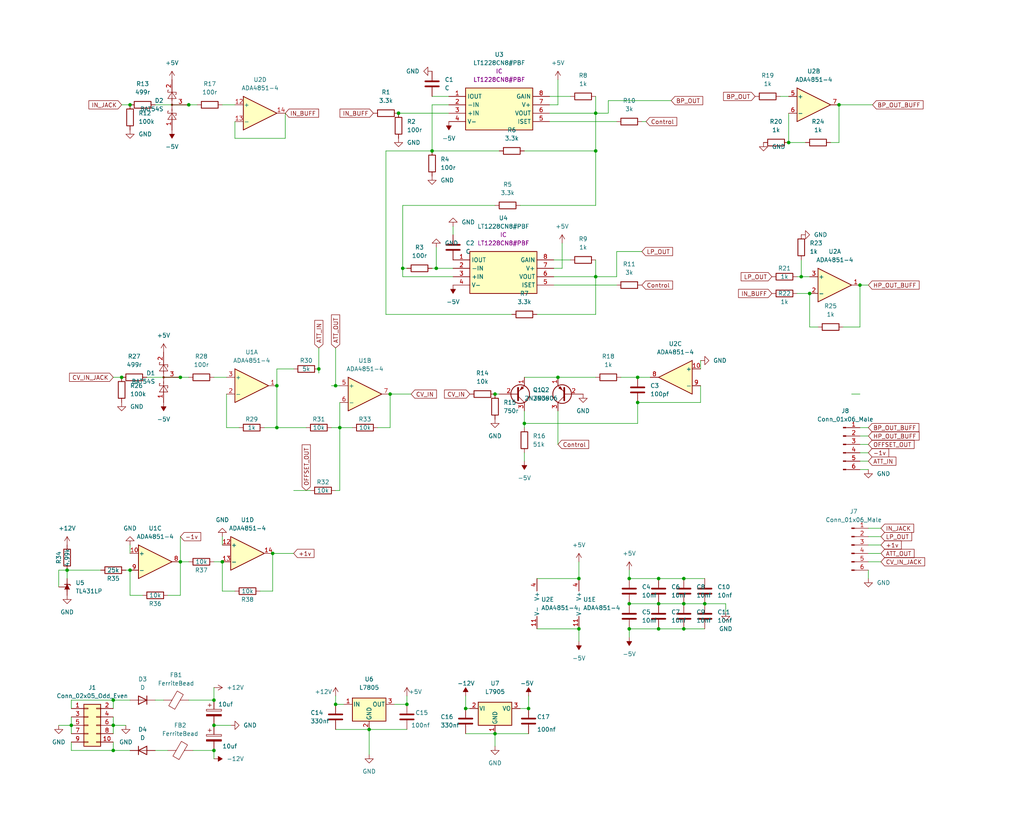
<source format=kicad_sch>
(kicad_sch (version 20211123) (generator eeschema)
  (paper "User" 310.007 250.012)
  (junction (at 168.91 114.3))
  (junction (at 57.15 31.75))
  (junction (at 123.19 213.36))
  (junction (at 67.31 170.18))
  (junction (at 36.83 114.3))
  (junction (at 130.81 45.72))
  (junction (at 39.37 31.75))
  (junction (at 175.26 175.26))
  (junction (at 82.55 167.64))
  (junction (at 213.36 182.88))
  (junction (at 207.01 182.88))
  (junction (at 207.01 190.5))
  (junction (at 64.77 219.71))
  (junction (at 118.11 119.38))
  (junction (at 180.34 34.29))
  (junction (at 83.82 129.54))
  (junction (at 96.52 111.76))
  (junction (at 21.59 219.71))
  (junction (at 190.5 190.5))
  (junction (at 199.39 182.88))
  (junction (at 101.6 213.36))
  (junction (at 207.01 175.26))
  (junction (at 193.04 121.92))
  (junction (at 260.35 86.36))
  (junction (at 34.29 219.71))
  (junction (at 39.37 172.72))
  (junction (at 158.75 128.27))
  (junction (at 254 31.75))
  (junction (at 160.02 214.63))
  (junction (at 149.86 119.38))
  (junction (at 120.65 34.29))
  (junction (at 190.5 182.88))
  (junction (at 54.61 170.18))
  (junction (at 190.5 175.26))
  (junction (at 199.39 190.5))
  (junction (at 180.34 83.82))
  (junction (at 199.39 175.26))
  (junction (at 102.87 129.54))
  (junction (at 64.77 227.33))
  (junction (at 101.6 116.84))
  (junction (at 111.76 220.98))
  (junction (at 140.97 214.63))
  (junction (at 180.34 45.72))
  (junction (at 132.08 81.28))
  (junction (at 149.86 222.25))
  (junction (at 245.11 88.9))
  (junction (at 34.29 212.09))
  (junction (at 64.77 212.09))
  (junction (at 175.26 190.5))
  (junction (at 121.92 81.28))
  (junction (at 238.76 43.18))
  (junction (at 20.32 172.72))
  (junction (at 34.29 227.33))
  (junction (at 83.82 116.84))
  (junction (at 242.57 83.82))
  (junction (at 54.61 114.3))
  (junction (at 193.04 114.3))
  (wire (pts (xy 101.6 213.36) (xy 104.14 213.36)))
  (wire (pts (xy 39.37 172.72) (xy 39.37 180.34)))
  (wire (pts (xy 151.13 45.72) (xy 130.81 45.72)))
  (wire (pts (xy 180.34 83.82) (xy 186.69 83.82)))
  (wire (pts (xy 199.39 175.26) (xy 207.01 175.26)))
  (wire (pts (xy 162.56 190.5) (xy 175.26 190.5)))
  (wire (pts (xy 158.75 139.7) (xy 158.75 137.16)))
  (wire (pts (xy 38.1 172.72) (xy 39.37 172.72)))
  (wire (pts (xy 184.15 34.29) (xy 184.15 30.48)))
  (wire (pts (xy 132.08 74.93) (xy 132.08 81.28)))
  (wire (pts (xy 130.81 45.72) (xy 130.81 31.75)))
  (wire (pts (xy 266.7 170.18) (xy 262.89 170.18)))
  (wire (pts (xy 184.15 30.48) (xy 203.2 30.48)))
  (wire (pts (xy 64.77 227.33) (xy 64.77 229.87)))
  (wire (pts (xy 20.32 172.72) (xy 20.32 175.26)))
  (wire (pts (xy 114.3 129.54) (xy 118.11 129.54)))
  (wire (pts (xy 166.37 34.29) (xy 180.34 34.29)))
  (wire (pts (xy 166.37 31.75) (xy 168.91 31.75)))
  (wire (pts (xy 262.89 132.08) (xy 260.35 132.08)))
  (wire (pts (xy 219.71 182.88) (xy 213.36 182.88)))
  (wire (pts (xy 120.65 34.29) (xy 135.89 34.29)))
  (wire (pts (xy 100.33 116.84) (xy 101.6 116.84)))
  (wire (pts (xy 21.59 214.63) (xy 21.59 212.09)))
  (wire (pts (xy 44.45 114.3) (xy 54.61 114.3)))
  (wire (pts (xy 68.58 129.54) (xy 68.58 119.38)))
  (wire (pts (xy 130.81 29.21) (xy 135.89 29.21)))
  (wire (pts (xy 219.71 185.42) (xy 219.71 182.88)))
  (wire (pts (xy 149.86 222.25) (xy 160.02 222.25)))
  (wire (pts (xy 116.84 95.25) (xy 116.84 45.72)))
  (wire (pts (xy 46.99 212.09) (xy 49.53 212.09)))
  (wire (pts (xy 213.36 182.88) (xy 207.01 182.88)))
  (wire (pts (xy 190.5 190.5) (xy 190.5 193.04)))
  (wire (pts (xy 186.69 76.2) (xy 194.31 76.2)))
  (wire (pts (xy 118.11 129.54) (xy 118.11 119.38)))
  (wire (pts (xy 64.77 219.71) (xy 69.85 219.71)))
  (wire (pts (xy 123.19 213.36) (xy 119.38 213.36)))
  (wire (pts (xy 101.6 116.84) (xy 102.87 116.84)))
  (wire (pts (xy 158.75 114.3) (xy 168.91 114.3)))
  (wire (pts (xy 111.76 220.98) (xy 123.19 220.98)))
  (wire (pts (xy 83.82 116.84) (xy 83.82 129.54)))
  (wire (pts (xy 212.09 109.22) (xy 212.09 111.76)))
  (wire (pts (xy 168.91 31.75) (xy 168.91 24.13)))
  (wire (pts (xy 167.64 86.36) (xy 186.69 86.36)))
  (wire (pts (xy 72.39 129.54) (xy 68.58 129.54)))
  (wire (pts (xy 194.31 36.83) (xy 195.58 36.83)))
  (wire (pts (xy 64.77 212.09) (xy 64.77 208.28)))
  (wire (pts (xy 39.37 180.34) (xy 43.18 180.34)))
  (wire (pts (xy 88.9 148.59) (xy 93.98 148.59)))
  (wire (pts (xy 254 31.75) (xy 264.16 31.75)))
  (wire (pts (xy 199.39 182.88) (xy 207.01 182.88)))
  (wire (pts (xy 167.64 83.82) (xy 180.34 83.82)))
  (wire (pts (xy 207.01 190.5) (xy 213.36 190.5)))
  (wire (pts (xy 102.87 129.54) (xy 102.87 121.92)))
  (wire (pts (xy 17.78 219.71) (xy 21.59 219.71)))
  (wire (pts (xy 86.36 41.91) (xy 86.36 34.29)))
  (wire (pts (xy 54.61 162.56) (xy 54.61 170.18)))
  (wire (pts (xy 67.31 179.07) (xy 71.12 179.07)))
  (wire (pts (xy 34.29 114.3) (xy 36.83 114.3)))
  (wire (pts (xy 199.39 190.5) (xy 207.01 190.5)))
  (wire (pts (xy 121.92 62.23) (xy 121.92 81.28)))
  (wire (pts (xy 158.75 128.27) (xy 193.04 128.27)))
  (wire (pts (xy 158.75 129.54) (xy 158.75 128.27)))
  (wire (pts (xy 17.78 172.72) (xy 20.32 172.72)))
  (wire (pts (xy 34.29 212.09) (xy 39.37 212.09)))
  (wire (pts (xy 67.31 170.18) (xy 67.31 179.07)))
  (wire (pts (xy 137.16 68.58) (xy 137.16 71.12)))
  (wire (pts (xy 190.5 190.5) (xy 199.39 190.5)))
  (wire (pts (xy 180.34 45.72) (xy 180.34 62.23)))
  (wire (pts (xy 242.57 78.74) (xy 242.57 83.82)))
  (wire (pts (xy 151.13 119.38) (xy 149.86 119.38)))
  (wire (pts (xy 162.56 95.25) (xy 180.34 95.25)))
  (wire (pts (xy 241.3 83.82) (xy 242.57 83.82)))
  (wire (pts (xy 260.35 99.06) (xy 260.35 86.36)))
  (wire (pts (xy 34.29 212.09) (xy 34.29 214.63)))
  (wire (pts (xy 21.59 212.09) (xy 34.29 212.09)))
  (wire (pts (xy 262.89 137.16) (xy 260.35 137.16)))
  (wire (pts (xy 193.04 128.27) (xy 193.04 121.92)))
  (wire (pts (xy 180.34 29.21) (xy 180.34 34.29)))
  (wire (pts (xy 196.85 114.3) (xy 193.04 114.3)))
  (wire (pts (xy 168.91 114.3) (xy 180.34 114.3)))
  (wire (pts (xy 212.09 121.92) (xy 193.04 121.92)))
  (wire (pts (xy 50.8 180.34) (xy 54.61 180.34)))
  (wire (pts (xy 34.29 217.17) (xy 34.29 219.71)))
  (wire (pts (xy 266.7 162.56) (xy 262.89 162.56)))
  (wire (pts (xy 266.7 160.02) (xy 262.89 160.02)))
  (wire (pts (xy 236.22 29.21) (xy 238.76 29.21)))
  (wire (pts (xy 34.29 227.33) (xy 34.29 224.79)))
  (wire (pts (xy 266.7 165.1) (xy 262.89 165.1)))
  (wire (pts (xy 39.37 165.1) (xy 39.37 167.64)))
  (wire (pts (xy 83.82 111.76) (xy 83.82 116.84)))
  (wire (pts (xy 190.5 175.26) (xy 199.39 175.26)))
  (wire (pts (xy 262.89 175.26) (xy 262.89 172.72)))
  (wire (pts (xy 168.91 124.46) (xy 168.91 134.62)))
  (wire (pts (xy 154.94 95.25) (xy 116.84 95.25)))
  (wire (pts (xy 34.29 219.71) (xy 38.1 219.71)))
  (wire (pts (xy 71.12 36.83) (xy 71.12 41.91)))
  (wire (pts (xy 101.6 210.82) (xy 101.6 213.36)))
  (wire (pts (xy 36.83 31.75) (xy 39.37 31.75)))
  (wire (pts (xy 83.82 129.54) (xy 92.71 129.54)))
  (wire (pts (xy 262.89 134.62) (xy 260.35 134.62)))
  (wire (pts (xy 64.77 114.3) (xy 68.58 114.3)))
  (wire (pts (xy 157.48 214.63) (xy 160.02 214.63)))
  (wire (pts (xy 175.26 175.26) (xy 175.26 170.18)))
  (wire (pts (xy 180.34 83.82) (xy 180.34 78.74)))
  (wire (pts (xy 17.78 177.8) (xy 17.78 172.72)))
  (wire (pts (xy 180.34 34.29) (xy 184.15 34.29)))
  (wire (pts (xy 245.11 99.06) (xy 247.65 99.06)))
  (wire (pts (xy 132.08 81.28) (xy 137.16 81.28)))
  (wire (pts (xy 186.69 83.82) (xy 186.69 76.2)))
  (wire (pts (xy 254 31.75) (xy 254 43.18)))
  (wire (pts (xy 245.11 88.9) (xy 245.11 99.06)))
  (wire (pts (xy 130.81 31.75) (xy 135.89 31.75)))
  (wire (pts (xy 130.81 81.28) (xy 132.08 81.28)))
  (wire (pts (xy 121.92 83.82) (xy 137.16 83.82)))
  (wire (pts (xy 21.59 227.33) (xy 34.29 227.33)))
  (wire (pts (xy 187.96 114.3) (xy 193.04 114.3)))
  (wire (pts (xy 180.34 34.29) (xy 180.34 45.72)))
  (wire (pts (xy 166.37 36.83) (xy 186.69 36.83)))
  (wire (pts (xy 149.86 222.25) (xy 149.86 226.06)))
  (wire (pts (xy 160.02 214.63) (xy 160.02 210.82)))
  (wire (pts (xy 54.61 170.18) (xy 57.15 170.18)))
  (wire (pts (xy 67.31 162.56) (xy 67.31 165.1)))
  (wire (pts (xy 123.19 210.82) (xy 123.19 213.36)))
  (wire (pts (xy 71.12 41.91) (xy 86.36 41.91)))
  (wire (pts (xy 101.6 220.98) (xy 111.76 220.98)))
  (wire (pts (xy 238.76 43.18) (xy 238.76 34.29)))
  (wire (pts (xy 121.92 81.28) (xy 121.92 83.82)))
  (wire (pts (xy 262.89 129.54) (xy 260.35 129.54)))
  (wire (pts (xy 162.56 175.26) (xy 175.26 175.26)))
  (wire (pts (xy 54.61 180.34) (xy 54.61 170.18)))
  (wire (pts (xy 170.18 73.66) (xy 170.18 81.28)))
  (wire (pts (xy 158.75 128.27) (xy 158.75 124.46)))
  (wire (pts (xy 257.81 119.38) (xy 260.35 119.38)))
  (wire (pts (xy 78.74 179.07) (xy 82.55 179.07)))
  (wire (pts (xy 21.59 217.17) (xy 21.59 219.71)))
  (wire (pts (xy 58.42 227.33) (xy 64.77 227.33)))
  (wire (pts (xy 54.61 114.3) (xy 57.15 114.3)))
  (wire (pts (xy 34.29 219.71) (xy 34.29 222.25)))
  (wire (pts (xy 166.37 29.21) (xy 172.72 29.21)))
  (wire (pts (xy 254 43.18) (xy 251.46 43.18)))
  (wire (pts (xy 140.97 214.63) (xy 140.97 210.82)))
  (wire (pts (xy 96.52 105.41) (xy 96.52 111.76)))
  (wire (pts (xy 140.97 222.25) (xy 149.86 222.25)))
  (wire (pts (xy 46.99 31.75) (xy 57.15 31.75)))
  (wire (pts (xy 207.01 175.26) (xy 213.36 175.26)))
  (wire (pts (xy 212.09 116.84) (xy 212.09 121.92)))
  (wire (pts (xy 102.87 148.59) (xy 102.87 129.54)))
  (wire (pts (xy 111.76 220.98) (xy 111.76 228.6)))
  (wire (pts (xy 21.59 219.71) (xy 21.59 222.25)))
  (wire (pts (xy 116.84 45.72) (xy 130.81 45.72)))
  (wire (pts (xy 101.6 105.41) (xy 101.6 116.84)))
  (wire (pts (xy 46.99 227.33) (xy 50.8 227.33)))
  (wire (pts (xy 57.15 212.09) (xy 64.77 212.09)))
  (wire (pts (xy 101.6 148.59) (xy 102.87 148.59)))
  (wire (pts (xy 243.84 43.18) (xy 238.76 43.18)))
  (wire (pts (xy 57.15 31.75) (xy 59.69 31.75)))
  (wire (pts (xy 82.55 179.07) (xy 82.55 167.64)))
  (wire (pts (xy 260.35 139.7) (xy 262.89 139.7)))
  (wire (pts (xy 266.7 167.64) (xy 262.89 167.64)))
  (wire (pts (xy 96.52 111.76) (xy 96.52 113.03)))
  (wire (pts (xy 242.57 83.82) (xy 245.11 83.82)))
  (wire (pts (xy 100.33 129.54) (xy 102.87 129.54)))
  (wire (pts (xy 82.55 167.64) (xy 88.9 167.64)))
  (wire (pts (xy 241.3 88.9) (xy 245.11 88.9)))
  (wire (pts (xy 34.29 227.33) (xy 39.37 227.33)))
  (wire (pts (xy 67.31 31.75) (xy 71.12 31.75)))
  (wire (pts (xy 83.82 111.76) (xy 88.9 111.76)))
  (wire (pts (xy 180.34 95.25) (xy 180.34 83.82)))
  (wire (pts (xy 262.89 142.24) (xy 260.35 142.24)))
  (wire (pts (xy 142.24 214.63) (xy 140.97 214.63)))
  (wire (pts (xy 190.5 182.88) (xy 199.39 182.88)))
  (wire (pts (xy 83.82 129.54) (xy 80.01 129.54)))
  (wire (pts (xy 121.92 81.28) (xy 123.19 81.28)))
  (wire (pts (xy 170.18 81.28) (xy 167.64 81.28)))
  (wire (pts (xy 149.86 62.23) (xy 121.92 62.23)))
  (wire (pts (xy 175.26 190.5) (xy 175.26 194.31)))
  (wire (pts (xy 172.72 78.74) (xy 167.64 78.74)))
  (wire (pts (xy 260.35 86.36) (xy 262.89 86.36)))
  (wire (pts (xy 21.59 224.79) (xy 21.59 227.33)))
  (wire (pts (xy 255.27 99.06) (xy 260.35 99.06)))
  (wire (pts (xy 20.32 172.72) (xy 30.48 172.72)))
  (wire (pts (xy 102.87 129.54) (xy 106.68 129.54)))
  (wire (pts (xy 118.11 119.38) (xy 124.46 119.38)))
  (wire (pts (xy 158.75 45.72) (xy 180.34 45.72)))
  (wire (pts (xy 180.34 62.23) (xy 157.48 62.23)))
  (wire (pts (xy 64.77 170.18) (xy 67.31 170.18)))
  (wire (pts (xy 190.5 172.72) (xy 190.5 175.26)))
  (global_label "IN_BUFF" (shape input) (at 233.68 88.9 180) (property "Intersheet References" "${INTERSHEET_REFS}" (effects hide)))
  (global_label "IN_JACK" (shape input) (at 36.83 31.75 180) (property "Intersheet References" "${INTERSHEET_REFS}" (effects hide)))
  (global_label "CV_IN_JACK" (shape input) (at 266.7 170.18 0) (property "Intersheet References" "${INTERSHEET_REFS}" (effects hide)))
  (global_label "-1v" (shape input) (at 262.89 137.16 0) (property "Intersheet References" "${INTERSHEET_REFS}" (effects hide)))
  (global_label "HP_OUT_BUFF" (shape input) (at 262.89 132.08 0) (property "Intersheet References" "${INTERSHEET_REFS}" (effects hide)))
  (global_label "IN_BUFF" (shape input) (at 113.03 34.29 180) (property "Intersheet References" "${INTERSHEET_REFS}" (effects hide)))
  (global_label "CV_IN_JACK" (shape input) (at 34.29 114.3 180) (property "Intersheet References" "${INTERSHEET_REFS}" (effects hide)))
  (global_label "Control" (shape input) (at 195.58 36.83 0) (property "Intersheet References" "${INTERSHEET_REFS}" (effects hide)))
  (global_label "CV_IN" (shape input) (at 142.24 119.38 180) (property "Intersheet References" "${INTERSHEET_REFS}" (effects hide)))
  (global_label "LP_OUT" (shape input) (at 266.7 162.56 0) (property "Intersheet References" "${INTERSHEET_REFS}" (effects hide)))
  (global_label "Control" (shape input) (at 168.91 134.62 0) (property "Intersheet References" "${INTERSHEET_REFS}" (effects hide)))
  (global_label "BP_OUT_BUFF" (shape input) (at 262.89 129.54 0) (property "Intersheet References" "${INTERSHEET_REFS}" (effects hide)))
  (global_label "ATT_IN" (shape input) (at 96.52 105.41 90) (property "Intersheet References" "${INTERSHEET_REFS}" (effects hide)))
  (global_label "-1v" (shape input) (at 54.61 162.56 0) (property "Intersheet References" "${INTERSHEET_REFS}" (effects hide)))
  (global_label "BP_OUT" (shape input) (at 228.6 29.21 180) (property "Intersheet References" "${INTERSHEET_REFS}" (effects hide)))
  (global_label "LP_OUT" (shape input) (at 194.31 76.2 0) (property "Intersheet References" "${INTERSHEET_REFS}" (effects hide)))
  (global_label "IN_BUFF" (shape input) (at 86.36 34.29 0) (property "Intersheet References" "${INTERSHEET_REFS}" (effects hide)))
  (global_label "ATT_OUT" (shape input) (at 101.6 105.41 90) (property "Intersheet References" "${INTERSHEET_REFS}" (effects hide)))
  (global_label "ATT_OUT" (shape input) (at 266.7 167.64 0) (property "Intersheet References" "${INTERSHEET_REFS}" (effects hide)))
  (global_label "+1v" (shape input) (at 266.7 165.1 0) (property "Intersheet References" "${INTERSHEET_REFS}" (effects hide)))
  (global_label "CV_IN" (shape input) (at 124.46 119.38 0) (property "Intersheet References" "${INTERSHEET_REFS}" (effects hide)))
  (global_label "BP_OUT_BUFF" (shape input) (at 264.16 31.75 0) (property "Intersheet References" "${INTERSHEET_REFS}" (effects hide)))
  (global_label "HP_OUT_BUFF" (shape input) (at 262.89 86.36 0) (property "Intersheet References" "${INTERSHEET_REFS}" (effects hide)))
  (global_label "OFFSET_OUT" (shape input) (at 92.71 148.59 90) (property "Intersheet References" "${INTERSHEET_REFS}" (effects hide)))
  (global_label "LP_OUT" (shape input) (at 233.68 83.82 180) (property "Intersheet References" "${INTERSHEET_REFS}" (effects hide)))
  (global_label "IN_JACK" (shape input) (at 266.7 160.02 0) (property "Intersheet References" "${INTERSHEET_REFS}" (effects hide)))
  (global_label "ATT_IN" (shape input) (at 262.89 139.7 0) (property "Intersheet References" "${INTERSHEET_REFS}" (effects hide)))
  (global_label "BP_OUT" (shape input) (at 203.2 30.48 0) (property "Intersheet References" "${INTERSHEET_REFS}" (effects hide)))
  (global_label "Control" (shape input) (at 194.31 86.36 0) (property "Intersheet References" "${INTERSHEET_REFS}" (effects hide)))
  (global_label "+1v" (shape input) (at 88.9 167.64 0) (property "Intersheet References" "${INTERSHEET_REFS}" (effects hide)))
  (global_label "OFFSET_OUT" (shape input) (at 262.89 134.62 0) (property "Intersheet References" "${INTERSHEET_REFS}" (effects hide)))
  (symbol (lib_id "power:+5V") (at 49.53 106.68 0) (unit 1)
    (property "Reference" "#PWR0122" (effects hide))
    (property "Value" "+5V" (at 49.53 101.6 0))
  )
  (symbol (lib_id "LT1228CN8#PBF:LT1228CN8#PBF") (at 135.89 29.21 0) (unit 1)
    (property "Reference" "U3" (at 151.13 16.51 0))
    (property "Value" "LT1228CN8#PBF" (at 151.13 19.05 0))
    (property "Footprint" "KiCad:DIP794W53P254L1016H394Q8N" (effects hide))
    (property "Reference_1" "IC" (at 151.13 21.59 0))
    (property "Value_1" "LT1228CN8#PBF" (at 151.13 24.13 0))
    (property "Footprint_1" "DIP794W53P254L1016H394Q8N" (effects hide))
    (property "Datasheet_1" "http://cds.linear.com/docs/en/datasheet/1228fd.pdf" (effects hide))
    (property "Height" "3.937" (effects hide))
    (property "Manufacturer_Name" "Analog Devices" (effects hide))
    (property "Manufacturer_Part_Number" "LT1228CN8#PBF" (effects hide))
    (property "Mouser Part Number" "584-LT1228CN8#PBF" (effects hide))
    (property "Mouser Price/Stock" "https://www.mouser.co.uk/ProductDetail/Analog-Devices/LT1228CN8PBF?qs=ytflclh7QUU8d7WkbhXIQQ%3D%3D" (effects hide))
    (property "Arrow Part Number" "LT1228CN8#PBF" (effects hide))
    (property "Arrow Price/Stock" "https://www.arrow.com/en/products/lt1228cn8pbf/analog-devices?region=nac" (effects hide))
  )
  (symbol (lib_id "Device:R") (at 39.37 35.56 0) (unit 1)
    (property "Reference" "R12" (at 41.91 34.2899 0) (effects (justify left)))
    (property "Value" "100k" (at 41.91 36.8299 0) (effects (justify left)))
    (property "Footprint" "Resistor_THT:R_Axial_DIN0204_L3.6mm_D1.6mm_P1.90mm_Vertical" (effects hide))
  )
  (symbol (lib_id "Device:R") (at 74.93 179.07 90) (unit 1)
    (property "Reference" "R38" (at 74.93 181.61 90))
    (property "Value" "10k" (at 74.93 179.07 90))
    (property "Footprint" "Resistor_THT:R_Axial_DIN0204_L3.6mm_D1.6mm_P1.90mm_Vertical" (effects hide))
  )
  (symbol (lib_id "power:-5V") (at 137.16 86.36 180) (unit 1)
    (property "Reference" "#PWR0105" (effects hide))
    (property "Value" "-5V" (at 137.16 91.44 0))
  )
  (symbol (lib_id "Diode:BAT54S") (at 52.07 31.75 90) (unit 1)
    (property "Reference" "D2" (at 49.53 30.4799 90) (effects (justify left)))
    (property "Value" "BAT54S" (at 49.53 33.0199 90) (effects (justify left)))
    (property "Footprint" "Package_TO_SOT_SMD:SOT-23" (effects hide))
    (property "Datasheet" "https://www.diodes.com/assets/Datasheets/ds11005.pdf" (effects hide))
  )
  (symbol (lib_id "power:GND") (at 242.57 71.12 90) (unit 1)
    (property "Reference" "#PWR0117" (effects hide))
    (property "Value" "GND" (at 246.38 71.1199 90) (effects (justify right)))
  )
  (symbol (lib_id "Device:C") (at 199.39 186.69 0) (unit 1)
    (property "Reference" "C7" (at 203.2 185.4199 0) (effects (justify left)))
    (property "Value" "10nf" (at 203.2 187.9599 0) (effects (justify left)))
    (property "Footprint" "Capacitor_THT:C_Disc_D3.8mm_W2.6mm_P2.50mm" (effects hide))
  )
  (symbol (lib_id "Amplifier_Operational:ADA4807-4") (at 78.74 34.29 0) (unit 4)
    (property "Reference" "U2" (at 78.74 24.13 0))
    (property "Value" "ADA4851-4" (at 78.74 26.67 0))
    (property "Datasheet" "https://www.analog.com/media/en/technical-documentation/data-sheets/ADA4807-1_4807-2_4807-4.pdf" (effects hide))
  )
  (symbol (lib_id "Diode:BAT54S") (at 49.53 114.3 90) (unit 1)
    (property "Reference" "D1" (at 46.99 113.0299 90) (effects (justify left)))
    (property "Value" "BAT54S" (at 46.99 115.5699 90) (effects (justify left)))
    (property "Footprint" "Package_TO_SOT_SMD:SOT-23" (effects hide))
    (property "Datasheet" "https://www.diodes.com/assets/Datasheets/ds11005.pdf" (effects hide))
  )
  (symbol (lib_id "power:GND") (at 130.81 21.59 270) (unit 1)
    (property "Reference" "#PWR0101" (effects hide))
    (property "Value" "GND" (at 127 21.5899 90) (effects (justify right)))
  )
  (symbol (lib_id "Amplifier_Operational:ADA4807-4") (at 110.49 119.38 0) (unit 2)
    (property "Reference" "U1" (at 110.49 109.22 0))
    (property "Value" "ADA4851-4" (at 110.49 111.76 0))
    (property "Datasheet" "https://www.analog.com/media/en/technical-documentation/data-sheets/ADA4807-1_4807-2_4807-4.pdf" (effects hide))
  )
  (symbol (lib_id "Regulator_Linear:L7905") (at 149.86 214.63 0) (mirror x) (unit 1)
    (property "Reference" "U7" (at 149.86 207.01 0))
    (property "Value" "L7905" (at 149.86 209.55 0))
    (property "Footprint" "Package_TO_SOT_THT:TO-220-3_Vertical" (effects hide))
    (property "Datasheet" "http://www.st.com/content/ccc/resource/technical/document/datasheet/c9/16/86/41/c7/2b/45/f2/CD00000450.pdf/files/CD00000450.pdf/jcr:content/translations/en.CD00000450.pdf" (effects hide))
  )
  (symbol (lib_id "Amplifier_Operational:ADA4807-4") (at 165.1 182.88 0) (unit 5)
    (property "Reference" "U2" (at 163.83 181.6099 0) (effects (justify left)))
    (property "Value" "ADA4851-4" (at 163.83 184.1499 0) (effects (justify left)))
    (property "Datasheet" "https://www.analog.com/media/en/technical-documentation/data-sheets/ADA4807-1_4807-2_4807-4.pdf" (effects hide))
  )
  (symbol (lib_id "Device:C_Polarized") (at 64.77 215.9 0) (unit 1)
    (property "Reference" "C12" (effects hide))
    (property "Value" "10uf" (at 66.04 213.36 0) (effects (justify left)))
    (property "Footprint" "Capacitor_THT:CP_Radial_D6.3mm_P2.50mm" (effects hide))
  )
  (symbol (lib_id "Device:R") (at 130.81 49.53 0) (unit 1)
    (property "Reference" "R4" (at 133.35 48.2599 0) (effects (justify left)))
    (property "Value" "100r" (at 133.35 50.7999 0) (effects (justify left)))
    (property "Footprint" "Resistor_THT:R_Axial_DIN0204_L3.6mm_D1.6mm_P1.90mm_Vertical" (effects hide))
  )
  (symbol (lib_id "Device:D") (at 43.18 227.33 0) (unit 1)
    (property "Reference" "D4" (at 43.18 220.98 0))
    (property "Value" "D" (at 43.18 223.52 0))
    (property "Footprint" "Diode_THT:D_DO-15_P12.70mm_Horizontal" (effects hide))
  )
  (symbol (lib_id "Amplifier_Operational:ADA4807-4") (at 204.47 114.3 0) (mirror y) (unit 3)
    (property "Reference" "U2" (at 204.47 104.14 0))
    (property "Value" "ADA4851-4" (at 204.47 106.68 0))
    (property "Footprint" "Package_SO:TSSOP-14_4.4x5mm_P0.65mm" (effects hide))
    (property "Datasheet" "https://www.analog.com/media/en/technical-documentation/data-sheets/ADA4807-1_4807-2_4807-4.pdf" (effects hide))
  )
  (symbol (lib_id "Device:R") (at 92.71 111.76 270) (unit 1)
    (property "Reference" "R30" (at 92.71 109.22 90))
    (property "Value" "5k" (at 92.71 111.76 90))
    (property "Footprint" "Resistor_THT:R_Axial_DIN0204_L3.6mm_D1.6mm_P1.90mm_Vertical" (effects hide))
  )
  (symbol (lib_id "power:GND") (at 39.37 39.37 0) (unit 1)
    (property "Reference" "#PWR0115" (effects hide))
    (property "Value" "GND" (at 41.91 40.6399 0) (effects (justify left)))
  )
  (symbol (lib_id "Device:R") (at 154.94 45.72 90) (unit 1)
    (property "Reference" "R6" (at 154.94 39.37 90))
    (property "Value" "3.3k" (at 154.94 41.91 90))
    (property "Footprint" "Resistor_THT:R_Axial_DIN0204_L3.6mm_D1.6mm_P1.90mm_Vertical" (effects hide))
  )
  (symbol (lib_id "Transistor_BJT:2N3906") (at 156.21 119.38 0) (mirror x) (unit 1)
    (property "Reference" "Q1" (at 161.29 118.1099 0) (effects (justify left)))
    (property "Value" "2N3906" (at 161.29 120.6499 0) (effects (justify left)))
    (property "Footprint" "Package_TO_SOT_THT:TO-92_Inline" (effects hide))
    (property "Datasheet" "https://www.onsemi.com/pub/Collateral/2N3906-D.PDF" (effects hide))
  )
  (symbol (lib_id "Connector:Conn_01x06_Male") (at 257.81 165.1 0) (unit 1)
    (property "Reference" "J7" (at 258.445 154.94 0))
    (property "Value" "Conn_01x06_Male" (at 258.445 157.48 0))
    (property "Footprint" "Connector_PinHeader_2.54mm:PinHeader_1x06_P2.54mm_Vertical" (effects hide))
  )
  (symbol (lib_id "Device:R") (at 153.67 62.23 90) (unit 1)
    (property "Reference" "R5" (at 153.67 55.88 90))
    (property "Value" "3.3k" (at 153.67 58.42 90))
    (property "Footprint" "Resistor_THT:R_Axial_DIN0204_L3.6mm_D1.6mm_P1.90mm_Vertical" (effects hide))
  )
  (symbol (lib_id "Device:C") (at 213.36 179.07 0) (unit 1)
    (property "Reference" "C10" (at 217.17 177.7999 0) (effects (justify left)))
    (property "Value" "10nf" (at 217.17 180.3399 0) (effects (justify left)))
    (property "Footprint" "Capacitor_THT:C_Disc_D3.8mm_W2.6mm_P2.50mm" (effects hide))
  )
  (symbol (lib_id "Amplifier_Operational:ADA4807-4") (at 76.2 116.84 0) (unit 1)
    (property "Reference" "U1" (at 76.2 106.68 0))
    (property "Value" "ADA4851-4" (at 76.2 109.22 0))
    (property "Datasheet" "https://www.analog.com/media/en/technical-documentation/data-sheets/ADA4807-1_4807-2_4807-4.pdf" (effects hide))
  )
  (symbol (lib_id "Reference_Voltage:TL431LP") (at 20.32 177.8 90) (unit 1)
    (property "Reference" "U5" (at 22.86 176.5299 90) (effects (justify right)))
    (property "Value" "TL431LP" (at 22.86 179.0699 90) (effects (justify right)))
    (property "Footprint" "Package_TO_SOT_THT:TO-92_Inline" (effects hide))
    (property "Datasheet" "http://www.ti.com/lit/ds/symlink/tl431.pdf" (effects hide))
  )
  (symbol (lib_id "power:-5V") (at 190.5 193.04 180) (unit 1)
    (property "Reference" "#PWR0127" (effects hide))
    (property "Value" "-5V" (at 190.5 198.12 0))
  )
  (symbol (lib_id "Device:R") (at 149.86 123.19 180) (unit 1)
    (property "Reference" "R15" (at 152.4 121.9199 0) (effects (justify right)))
    (property "Value" "750r" (at 152.4 124.4599 0) (effects (justify right)))
    (property "Footprint" "Resistor_THT:R_Axial_DIN0204_L3.6mm_D1.6mm_P1.90mm_Vertical" (effects hide))
  )
  (symbol (lib_id "Device:R") (at 146.05 119.38 90) (unit 1)
    (property "Reference" "R14" (at 146.05 113.03 90))
    (property "Value" "10k" (at 146.05 115.57 90))
    (property "Footprint" "Resistor_THT:R_Axial_DIN0204_L3.6mm_D1.6mm_P1.90mm_Vertical" (effects hide))
  )
  (symbol (lib_id "power:GND") (at 130.81 53.34 0) (unit 1)
    (property "Reference" "#PWR0107" (effects hide))
    (property "Value" "GND" (at 133.35 54.6099 0) (effects (justify left)))
  )
  (symbol (lib_id "power:-5V") (at 160.02 210.82 0) (unit 1)
    (property "Reference" "#PWR0141" (effects hide))
    (property "Value" "-5V" (at 157.48 207.01 0) (effects (justify left)))
  )
  (symbol (lib_id "Device:R") (at 76.2 129.54 270) (unit 1)
    (property "Reference" "R29" (at 76.2 127 90))
    (property "Value" "1k" (at 76.2 129.54 90))
    (property "Footprint" "Resistor_THT:R_Axial_DIN0204_L3.6mm_D1.6mm_P1.90mm_Vertical" (effects hide))
  )
  (symbol (lib_id "Device:R") (at 110.49 129.54 270) (unit 1)
    (property "Reference" "R33" (at 110.49 127 90))
    (property "Value" "10k" (at 110.49 129.54 90))
    (property "Footprint" "Resistor_THT:R_Axial_DIN0204_L3.6mm_D1.6mm_P1.90mm_Vertical" (effects hide))
  )
  (symbol (lib_id "Device:R") (at 43.18 31.75 270) (unit 1)
    (property "Reference" "R13" (at 43.18 25.4 90))
    (property "Value" "499r" (at 43.18 27.94 90))
    (property "Footprint" "Resistor_THT:R_Axial_DIN0204_L3.6mm_D1.6mm_P1.90mm_Vertical" (effects hide))
  )
  (symbol (lib_id "power:+5V") (at 170.18 73.66 0) (unit 1)
    (property "Reference" "#PWR0109" (effects hide))
    (property "Value" "+5V" (at 170.18 68.58 0))
  )
  (symbol (lib_id "Transistor_BJT:2N3906") (at 171.45 119.38 180) (unit 1)
    (property "Reference" "Q2" (at 166.37 118.1099 0) (effects (justify left)))
    (property "Value" "2N3906" (at 166.37 120.6499 0) (effects (justify left)))
    (property "Footprint" "Package_TO_SOT_THT:TO-92_Inline" (effects hide))
    (property "Datasheet" "https://www.onsemi.com/pub/Collateral/2N3906-D.PDF" (effects hide))
  )
  (symbol (lib_id "Device:FerriteBead") (at 53.34 212.09 90) (unit 1)
    (property "Reference" "FB1" (at 53.2892 204.47 90))
    (property "Value" "FerriteBead" (at 53.2892 207.01 90))
    (property "Footprint" "Resistor_THT:R_Axial_DIN0207_L6.3mm_D2.5mm_P10.16mm_Horizontal" (effects hide))
  )
  (symbol (lib_id "Regulator_Linear:L7805") (at 111.76 213.36 0) (unit 1)
    (property "Reference" "U6" (at 111.76 205.74 0))
    (property "Value" "L7805" (at 111.76 208.28 0))
    (property "Footprint" "Package_TO_SOT_THT:TO-220-3_Vertical" (effects hide))
    (property "Datasheet" "http://www.st.com/content/ccc/resource/technical/document/datasheet/41/4f/b3/b0/12/d4/47/88/CD00000444.pdf/files/CD00000444.pdf/jcr:content/translations/en.CD00000444.pdf" (effects hide))
  )
  (symbol (lib_id "Device:R") (at 176.53 29.21 270) (unit 1)
    (property "Reference" "R8" (at 176.53 22.86 90))
    (property "Value" "1k" (at 176.53 25.4 90))
    (property "Footprint" "Resistor_THT:R_Axial_DIN0204_L3.6mm_D1.6mm_P1.90mm_Vertical" (effects hide))
  )
  (symbol (lib_id "power:GND") (at 262.89 175.26 0) (unit 1)
    (property "Reference" "#PWR0145" (effects hide))
    (property "Value" "GND" (at 265.43 176.5299 0) (effects (justify left)))
  )
  (symbol (lib_id "power:-5V") (at 49.53 121.92 180) (unit 1)
    (property "Reference" "#PWR0124" (effects hide))
    (property "Value" "-5V" (at 49.53 127 0))
  )
  (symbol (lib_id "Device:R") (at 190.5 36.83 270) (unit 1)
    (property "Reference" "R10" (at 190.5 30.48 90))
    (property "Value" "3k" (at 190.5 33.02 90))
    (property "Footprint" "Resistor_THT:R_Axial_DIN0204_L3.6mm_D1.6mm_P1.90mm_Vertical" (effects hide))
  )
  (symbol (lib_id "power:GND") (at 262.89 142.24 0) (unit 1)
    (property "Reference" "#PWR0119" (effects hide))
    (property "Value" "GND" (at 265.43 143.5099 0) (effects (justify left)))
  )
  (symbol (lib_id "Device:C") (at 193.04 118.11 0) (unit 1)
    (property "Reference" "C3" (at 196.85 116.8399 0) (effects (justify left)))
    (property "Value" "100pf" (at 196.85 119.3799 0) (effects (justify left)))
    (property "Footprint" "Capacitor_THT:C_Disc_D3.8mm_W2.6mm_P2.50mm" (effects hide))
  )
  (symbol (lib_id "power:GND") (at 149.86 127 0) (unit 1)
    (property "Reference" "#PWR0110" (effects hide))
    (property "Value" "GND" (at 149.86 132.08 0))
  )
  (symbol (lib_id "Device:R") (at 96.52 129.54 270) (unit 1)
    (property "Reference" "R31" (at 96.52 127 90))
    (property "Value" "10k" (at 96.52 129.54 90))
    (property "Footprint" "Resistor_THT:R_Axial_DIN0204_L3.6mm_D1.6mm_P1.90mm_Vertical" (effects hide))
  )
  (symbol (lib_id "power:+5V") (at 175.26 170.18 0) (unit 1)
    (property "Reference" "#PWR0120" (effects hide))
    (property "Value" "+5V" (at 175.26 165.1 0))
  )
  (symbol (lib_id "Device:R") (at 120.65 38.1 0) (unit 1)
    (property "Reference" "R2" (at 123.19 36.8299 0) (effects (justify left)))
    (property "Value" "100r" (at 123.19 39.3699 0) (effects (justify left)))
    (property "Footprint" "Resistor_THT:R_Axial_DIN0204_L3.6mm_D1.6mm_P1.90mm_Vertical" (effects hide))
  )
  (symbol (lib_id "Device:R") (at 184.15 114.3 270) (unit 1)
    (property "Reference" "R18" (at 184.15 107.95 90))
    (property "Value" "1k" (at 184.15 110.49 90))
    (property "Footprint" "Resistor_THT:R_Axial_DIN0204_L3.6mm_D1.6mm_P1.90mm_Vertical" (effects hide))
  )
  (symbol (lib_id "Device:R") (at 232.41 29.21 270) (unit 1)
    (property "Reference" "R19" (at 232.41 22.86 90))
    (property "Value" "1k" (at 232.41 25.4 90))
    (property "Footprint" "Resistor_THT:R_Axial_DIN0204_L3.6mm_D1.6mm_P1.90mm_Vertical" (effects hide))
  )
  (symbol (lib_id "power:GND") (at 36.83 121.92 0) (unit 1)
    (property "Reference" "#PWR0123" (effects hide))
    (property "Value" "GND" (at 39.37 123.1899 0) (effects (justify left)))
  )
  (symbol (lib_id "Amplifier_Operational:ADA4807-4") (at 252.73 86.36 0) (unit 1)
    (property "Reference" "U2" (at 252.73 76.2 0))
    (property "Value" "ADA4851-4" (at 252.73 78.74 0))
    (property "Datasheet" "https://www.analog.com/media/en/technical-documentation/data-sheets/ADA4807-1_4807-2_4807-4.pdf" (effects hide))
  )
  (symbol (lib_id "power:GND") (at 69.85 219.71 90) (unit 1)
    (property "Reference" "#PWR0135" (effects hide))
    (property "Value" "GND" (at 73.66 219.7099 90) (effects (justify right)))
  )
  (symbol (lib_id "power:-12V") (at 140.97 210.82 0) (unit 1)
    (property "Reference" "#PWR0140" (effects hide))
    (property "Value" "-12V" (at 138.43 207.01 0) (effects (justify left)))
  )
  (symbol (lib_id "Device:C") (at 213.36 186.69 0) (unit 1)
    (property "Reference" "C11" (at 217.17 185.4199 0) (effects (justify left)))
    (property "Value" "10nf" (at 217.17 187.9599 0) (effects (justify left)))
    (property "Footprint" "Capacitor_THT:C_Disc_D3.8mm_W2.6mm_P2.50mm" (effects hide))
  )
  (symbol (lib_id "power:GND") (at 39.37 165.1 180) (unit 1)
    (property "Reference" "#PWR0130" (effects hide))
    (property "Value" "GND" (at 39.37 160.02 0))
  )
  (symbol (lib_id "Device:R") (at 251.46 99.06 90) (unit 1)
    (property "Reference" "R25" (at 251.46 92.71 90))
    (property "Value" "1k" (at 251.46 95.25 90))
    (property "Footprint" "Resistor_THT:R_Axial_DIN0204_L3.6mm_D1.6mm_P1.90mm_Vertical" (effects hide))
  )
  (symbol (lib_id "Device:R") (at 237.49 83.82 270) (unit 1)
    (property "Reference" "R21" (at 237.49 81.28 90))
    (property "Value" "1k" (at 237.49 83.82 90))
    (property "Footprint" "Resistor_THT:R_Axial_DIN0204_L3.6mm_D1.6mm_P1.90mm_Vertical" (effects hide))
  )
  (symbol (lib_id "power:-5V") (at 52.07 39.37 180) (unit 1)
    (property "Reference" "#PWR0116" (effects hide))
    (property "Value" "-5V" (at 52.07 44.45 0))
  )
  (symbol (lib_id "power:+5V") (at 190.5 172.72 0) (unit 1)
    (property "Reference" "#PWR0125" (effects hide))
    (property "Value" "+5V" (at 190.5 167.64 0))
  )
  (symbol (lib_id "Device:R") (at 63.5 31.75 270) (unit 1)
    (property "Reference" "R17" (at 63.5 25.4 90))
    (property "Value" "100r" (at 63.5 27.94 90))
    (property "Footprint" "Resistor_THT:R_Axial_DIN0204_L3.6mm_D1.6mm_P1.90mm_Vertical" (effects hide))
  )
  (symbol (lib_id "Amplifier_Operational:ADA4807-4") (at 46.99 170.18 0) (unit 3)
    (property "Reference" "U1" (at 46.99 160.02 0))
    (property "Value" "ADA4851-4" (at 46.99 162.56 0))
    (property "Footprint" "Package_SO:TSSOP-14_4.4x5mm_P0.65mm" (effects hide))
    (property "Datasheet" "https://www.analog.com/media/en/technical-documentation/data-sheets/ADA4807-1_4807-2_4807-4.pdf" (effects hide))
  )
  (symbol (lib_id "power:GND") (at 176.53 119.38 0) (unit 1)
    (property "Reference" "#PWR0112" (effects hide))
    (property "Value" "GND" (at 176.53 124.46 0))
  )
  (symbol (lib_id "power:GND") (at 67.31 162.56 180) (unit 1)
    (property "Reference" "#PWR0131" (effects hide))
    (property "Value" "GND" (at 67.31 157.48 0))
  )
  (symbol (lib_id "Device:R") (at 60.96 170.18 90) (unit 1)
    (property "Reference" "R37" (at 60.96 172.72 90))
    (property "Value" "10k" (at 60.96 170.18 90))
    (property "Footprint" "Resistor_THT:R_Axial_DIN0204_L3.6mm_D1.6mm_P1.90mm_Vertical" (effects hide))
  )
  (symbol (lib_id "Device:R") (at 127 81.28 90) (unit 1)
    (property "Reference" "R3" (at 127 74.93 90))
    (property "Value" "100r" (at 127 77.47 90))
    (property "Footprint" "Resistor_THT:R_Axial_DIN0204_L3.6mm_D1.6mm_P1.90mm_Vertical" (effects hide))
  )
  (symbol (lib_id "Connector:Conn_01x06_Male") (at 255.27 134.62 0) (unit 1)
    (property "Reference" "J8" (at 255.905 124.46 0))
    (property "Value" "Conn_01x06_Male" (at 255.905 127 0))
    (property "Footprint" "Connector_PinHeader_2.54mm:PinHeader_1x06_P2.54mm_Vertical" (effects hide))
  )
  (symbol (lib_id "Device:R") (at 34.29 172.72 90) (unit 1)
    (property "Reference" "R35" (at 34.29 175.26 90))
    (property "Value" "25k" (at 34.29 172.72 90))
    (property "Footprint" "Resistor_THT:R_Axial_DIN0204_L3.6mm_D1.6mm_P1.90mm_Vertical" (effects hide))
  )
  (symbol (lib_id "Device:R") (at 234.95 43.18 270) (unit 1)
    (property "Reference" "R20" (at 234.95 36.83 90))
    (property "Value" "1k" (at 234.95 39.37 90))
    (property "Footprint" "Resistor_THT:R_Axial_DIN0204_L3.6mm_D1.6mm_P1.90mm_Vertical" (effects hide))
  )
  (symbol (lib_id "Device:R") (at 247.65 43.18 270) (unit 1)
    (property "Reference" "R24" (at 247.65 36.83 90))
    (property "Value" "1k" (at 247.65 39.37 90))
    (property "Footprint" "Resistor_THT:R_Axial_DIN0204_L3.6mm_D1.6mm_P1.90mm_Vertical" (effects hide))
  )
  (symbol (lib_id "Device:C") (at 140.97 218.44 0) (unit 1)
    (property "Reference" "C16" (at 133.35 217.17 0) (effects (justify left)))
    (property "Value" "330nf" (at 133.35 219.71 0) (effects (justify left)))
    (property "Footprint" "Capacitor_THT:C_Disc_D3.8mm_W2.6mm_P2.50mm" (effects hide))
  )
  (symbol (lib_id "Device:R") (at 36.83 118.11 0) (unit 1)
    (property "Reference" "R26" (at 39.37 116.8399 0) (effects (justify left)))
    (property "Value" "100k" (at 39.37 119.3799 0) (effects (justify left)))
    (property "Footprint" "Resistor_THT:R_Axial_DIN0204_L3.6mm_D1.6mm_P1.90mm_Vertical" (effects hide))
  )
  (symbol (lib_id "LT1228CN8#PBF:LT1228CN8#PBF") (at 137.16 78.74 0) (unit 1)
    (property "Reference" "U4" (at 152.4 66.04 0))
    (property "Value" "LT1228CN8#PBF" (at 152.4 68.58 0))
    (property "Footprint" "KiCad:DIP794W53P254L1016H394Q8N" (effects hide))
    (property "Reference_1" "IC" (at 152.4 71.12 0))
    (property "Value_1" "LT1228CN8#PBF" (at 152.4 73.66 0))
    (property "Footprint_1" "DIP794W53P254L1016H394Q8N" (effects hide))
    (property "Datasheet_1" "http://cds.linear.com/docs/en/datasheet/1228fd.pdf" (effects hide))
    (property "Height" "3.937" (effects hide))
    (property "Manufacturer_Name" "Analog Devices" (effects hide))
    (property "Manufacturer_Part_Number" "LT1228CN8#PBF" (effects hide))
    (property "Mouser Part Number" "584-LT1228CN8#PBF" (effects hide))
    (property "Mouser Price/Stock" "https://www.mouser.co.uk/ProductDetail/Analog-Devices/LT1228CN8PBF?qs=ytflclh7QUU8d7WkbhXIQQ%3D%3D" (effects hide))
    (property "Arrow Part Number" "LT1228CN8#PBF" (effects hide))
    (property "Arrow Price/Stock" "https://www.arrow.com/en/products/lt1228cn8pbf/analog-devices?region=nac" (effects hide))
  )
  (symbol (lib_id "power:GND") (at 132.08 74.93 180) (unit 1)
    (property "Reference" "#PWR0108" (effects hide))
    (property "Value" "GND" (at 134.62 73.6599 0) (effects (justify right)))
  )
  (symbol (lib_id "power:GND") (at 111.76 228.6 0) (mirror y) (unit 1)
    (property "Reference" "#PWR0138" (effects hide))
    (property "Value" "GND" (at 111.76 233.68 0))
  )
  (symbol (lib_id "Device:C") (at 190.5 179.07 0) (unit 1)
    (property "Reference" "C4" (at 194.31 177.7999 0) (effects (justify left)))
    (property "Value" "10nf" (at 194.31 180.3399 0) (effects (justify left)))
    (property "Footprint" "Capacitor_THT:C_Disc_D3.8mm_W2.6mm_P2.50mm" (effects hide))
  )
  (symbol (lib_id "Amplifier_Operational:ADA4807-4") (at 246.38 31.75 0) (unit 2)
    (property "Reference" "U2" (at 246.38 21.59 0))
    (property "Value" "ADA4851-4" (at 246.38 24.13 0))
    (property "Datasheet" "https://www.analog.com/media/en/technical-documentation/data-sheets/ADA4807-1_4807-2_4807-4.pdf" (effects hide))
  )
  (symbol (lib_id "Device:R") (at 190.5 86.36 90) (unit 1)
    (property "Reference" "R11" (at 190.5 80.01 90))
    (property "Value" "3k" (at 190.5 82.55 90))
    (property "Footprint" "Resistor_THT:R_Axial_DIN0204_L3.6mm_D1.6mm_P1.90mm_Vertical" (effects hide))
  )
  (symbol (lib_id "Amplifier_Operational:ADA4807-4") (at 74.93 167.64 0) (unit 4)
    (property "Reference" "U1" (at 74.93 157.48 0))
    (property "Value" "ADA4851-4" (at 74.93 160.02 0))
    (property "Datasheet" "https://www.analog.com/media/en/technical-documentation/data-sheets/ADA4807-1_4807-2_4807-4.pdf" (effects hide))
  )
  (symbol (lib_id "Connector_Generic:Conn_02x05_Odd_Even") (at 26.67 219.71 0) (unit 1)
    (property "Reference" "J1" (at 27.94 208.28 0))
    (property "Value" "Conn_02x05_Odd_Even" (at 27.94 210.82 0))
    (property "Footprint" "Connector_IDC:IDC-Header_2x05_P2.54mm_Vertical" (effects hide))
  )
  (symbol (lib_id "power:GND") (at 120.65 41.91 0) (unit 1)
    (property "Reference" "#PWR0102" (effects hide))
    (property "Value" "GND" (at 123.19 43.1799 0) (effects (justify left)))
  )
  (symbol (lib_id "power:-5V") (at 175.26 194.31 180) (unit 1)
    (property "Reference" "#PWR0121" (effects hide))
    (property "Value" "-5V" (at 175.26 199.39 0))
  )
  (symbol (lib_id "Device:R") (at 60.96 114.3 270) (unit 1)
    (property "Reference" "R28" (at 60.96 107.95 90))
    (property "Value" "100r" (at 60.96 110.49 90))
    (property "Footprint" "Resistor_THT:R_Axial_DIN0204_L3.6mm_D1.6mm_P1.90mm_Vertical" (effects hide))
  )
  (symbol (lib_id "Device:R") (at 237.49 88.9 270) (unit 1)
    (property "Reference" "R22" (at 237.49 88.9 90))
    (property "Value" "1k" (at 237.49 91.44 90))
    (property "Footprint" "Resistor_THT:R_Axial_DIN0204_L3.6mm_D1.6mm_P1.90mm_Vertical" (effects hide))
  )
  (symbol (lib_id "Device:FerriteBead") (at 54.61 227.33 90) (unit 1)
    (property "Reference" "FB2" (at 54.5592 219.71 90))
    (property "Value" "FerriteBead" (at 54.5592 222.25 90))
    (property "Footprint" "Resistor_THT:R_Axial_DIN0207_L6.3mm_D2.5mm_P10.16mm_Horizontal" (effects hide))
  )
  (symbol (lib_id "power:GND") (at 20.32 180.34 0) (mirror y) (unit 1)
    (property "Reference" "#PWR0128" (effects hide))
    (property "Value" "GND" (at 20.32 185.42 0))
  )
  (symbol (lib_id "power:GND") (at 137.16 68.58 180) (unit 1)
    (property "Reference" "#PWR0106" (effects hide))
    (property "Value" "GND" (at 139.7 67.3099 0) (effects (justify right)))
  )
  (symbol (lib_id "power:-5V") (at 158.75 139.7 180) (unit 1)
    (property "Reference" "#PWR0111" (effects hide))
    (property "Value" "-5V" (at 158.75 144.78 0))
  )
  (symbol (lib_id "Device:C") (at 199.39 179.07 0) (unit 1)
    (property "Reference" "C6" (at 203.2 177.7999 0) (effects (justify left)))
    (property "Value" "10nf" (at 203.2 180.3399 0) (effects (justify left)))
    (property "Footprint" "Capacitor_THT:C_Disc_D3.8mm_W2.6mm_P2.50mm" (effects hide))
  )
  (symbol (lib_id "Device:C") (at 207.01 186.69 0) (unit 1)
    (property "Reference" "C9" (at 210.82 185.4199 0) (effects (justify left)))
    (property "Value" "10nf" (at 210.82 187.9599 0) (effects (justify left)))
    (property "Footprint" "Capacitor_THT:C_Disc_D3.8mm_W2.6mm_P2.50mm" (effects hide))
  )
  (symbol (lib_id "Amplifier_Operational:ADA4807-4") (at 177.8 182.88 0) (unit 5)
    (property "Reference" "U1" (at 176.53 181.6099 0) (effects (justify left)))
    (property "Value" "ADA4851-4" (at 176.53 184.1499 0) (effects (justify left)))
    (property "Datasheet" "https://www.analog.com/media/en/technical-documentation/data-sheets/ADA4807-1_4807-2_4807-4.pdf" (effects hide))
  )
  (symbol (lib_id "power:+12V") (at 101.6 210.82 0) (unit 1)
    (property "Reference" "#PWR0137" (effects hide))
    (property "Value" "+12V" (at 95.25 209.55 0) (effects (justify left)))
  )
  (symbol (lib_id "Device:C") (at 101.6 217.17 0) (unit 1)
    (property "Reference" "C14" (at 93.98 215.9 0) (effects (justify left)))
    (property "Value" "330nf" (at 93.98 218.44 0) (effects (justify left)))
    (property "Footprint" "Capacitor_THT:C_Disc_D3.8mm_W2.6mm_P2.50mm" (effects hide))
  )
  (symbol (lib_id "Device:R") (at 116.84 34.29 270) (unit 1)
    (property "Reference" "R1" (at 116.84 27.94 90))
    (property "Value" "3.3k" (at 116.84 30.48 90))
    (property "Footprint" "Resistor_THT:R_Axial_DIN0204_L3.6mm_D1.6mm_P1.90mm_Vertical" (effects hide))
  )
  (symbol (lib_id "Device:R") (at 242.57 74.93 0) (unit 1)
    (property "Reference" "R23" (at 245.11 73.6599 0) (effects (justify left)))
    (property "Value" "1k" (at 245.11 76.1999 0) (effects (justify left)))
    (property "Footprint" "Resistor_THT:R_Axial_DIN0204_L3.6mm_D1.6mm_P1.90mm_Vertical" (effects hide))
  )
  (symbol (lib_id "power:-12V") (at 64.77 229.87 270) (unit 1)
    (property "Reference" "#PWR0136" (effects hide))
    (property "Value" "-12V" (at 68.58 229.8699 90) (effects (justify left)))
  )
  (symbol (lib_id "Device:D") (at 43.18 212.09 180) (unit 1)
    (property "Reference" "D3" (at 43.18 205.74 0))
    (property "Value" "D" (at 43.18 208.28 0))
    (property "Footprint" "Diode_THT:D_DO-15_P12.70mm_Horizontal" (effects hide))
  )
  (symbol (lib_id "Device:R") (at 97.79 148.59 270) (unit 1)
    (property "Reference" "R32" (at 97.79 146.05 90))
    (property "Value" "10k" (at 97.79 148.59 90))
    (property "Footprint" "Resistor_THT:R_Axial_DIN0204_L3.6mm_D1.6mm_P1.90mm_Vertical" (effects hide))
  )
  (symbol (lib_id "Device:R") (at 40.64 114.3 270) (unit 1)
    (property "Reference" "R27" (at 40.64 107.95 90))
    (property "Value" "499r" (at 40.64 110.49 90))
    (property "Footprint" "Resistor_THT:R_Axial_DIN0204_L3.6mm_D1.6mm_P1.90mm_Vertical" (effects hide))
  )
  (symbol (lib_id "power:GND") (at 38.1 219.71 0) (unit 1)
    (property "Reference" "#PWR0132" (effects hide))
    (property "Value" "GND" (at 38.1 224.79 0))
  )
  (symbol (lib_id "power:+5V") (at 52.07 24.13 0) (unit 1)
    (property "Reference" "#PWR0114" (effects hide))
    (property "Value" "+5V" (at 52.07 19.05 0))
  )
  (symbol (lib_id "power:+5V") (at 168.91 24.13 0) (unit 1)
    (property "Reference" "#PWR0104" (effects hide))
    (property "Value" "+5V" (at 168.91 19.05 0))
  )
  (symbol (lib_id "Device:C") (at 190.5 186.69 0) (unit 1)
    (property "Reference" "C5" (at 194.31 185.4199 0) (effects (justify left)))
    (property "Value" "10nf" (at 194.31 187.9599 0) (effects (justify left)))
    (property "Footprint" "Capacitor_THT:C_Disc_D3.8mm_W2.6mm_P2.50mm" (effects hide))
  )
  (symbol (lib_id "Device:R") (at 158.75 95.25 90) (unit 1)
    (property "Reference" "R7" (at 158.75 88.9 90))
    (property "Value" "3.3k" (at 158.75 91.44 90))
    (property "Footprint" "Resistor_THT:R_Axial_DIN0204_L3.6mm_D1.6mm_P1.90mm_Vertical" (effects hide))
  )
  (symbol (lib_id "Device:R") (at 20.32 168.91 0) (unit 1)
    (property "Reference" "R34" (at 17.78 168.91 90))
    (property "Value" "4.99k" (at 20.32 168.91 90))
    (property "Footprint" "Resistor_THT:R_Axial_DIN0204_L3.6mm_D1.6mm_P1.90mm_Vertical" (effects hide))
  )
  (symbol (lib_id "power:-5V") (at 135.89 36.83 180) (unit 1)
    (property "Reference" "#PWR0103" (effects hide))
    (property "Value" "-5V" (at 135.89 41.91 0))
  )
  (symbol (lib_id "power:GND") (at 149.86 226.06 0) (mirror y) (unit 1)
    (property "Reference" "#PWR0139" (effects hide))
    (property "Value" "GND" (at 149.86 231.14 0))
  )
  (symbol (lib_id "Device:C") (at 137.16 74.93 0) (unit 1)
    (property "Reference" "C2" (at 140.97 73.6599 0) (effects (justify left)))
    (property "Value" "C" (at 140.97 76.1999 0) (effects (justify left)))
    (property "Footprint" "Capacitor_THT:C_Disc_D3.8mm_W2.6mm_P2.50mm" (effects hide))
  )
  (symbol (lib_id "Device:C") (at 207.01 179.07 0) (unit 1)
    (property "Reference" "C8" (at 210.82 177.7999 0) (effects (justify left)))
    (property "Value" "10nf" (at 210.82 180.3399 0) (effects (justify left)))
    (property "Footprint" "Capacitor_THT:C_Disc_D3.8mm_W2.6mm_P2.50mm" (effects hide))
  )
  (symbol (lib_id "Device:C") (at 160.02 218.44 0) (unit 1)
    (property "Reference" "C17" (at 162.56 217.17 0) (effects (justify left)))
    (property "Value" "100nf" (at 162.56 220.98 0) (effects (justify left)))
    (property "Footprint" "Capacitor_THT:C_Disc_D3.8mm_W2.6mm_P2.50mm" (effects hide))
  )
  (symbol (lib_id "Device:C_Polarized") (at 64.77 223.52 0) (unit 1)
    (property "Reference" "C13" (effects hide))
    (property "Value" "10uf" (at 67.31 226.06 0) (effects (justify left)))
    (property "Footprint" "Capacitor_THT:CP_Radial_D6.3mm_P2.50mm" (effects hide))
  )
  (symbol (lib_id "power:GND") (at 212.09 109.22 90) (unit 1)
    (property "Reference" "#PWR0113" (effects hide))
    (property "Value" "GND" (at 215.9 109.2199 90) (effects (justify right)))
  )
  (symbol (lib_id "power:GND") (at 219.71 185.42 0) (unit 1)
    (property "Reference" "#PWR0126" (effects hide))
    (property "Value" "GND" (at 219.71 190.5 0))
  )
  (symbol (lib_id "Device:C") (at 123.19 217.17 0) (unit 1)
    (property "Reference" "C15" (at 125.73 215.9 0) (effects (justify left)))
    (property "Value" "100nf" (at 124.46 219.71 0) (effects (justify left)))
    (property "Footprint" "Capacitor_THT:C_Disc_D3.8mm_W2.6mm_P2.50mm" (effects hide))
  )
  (symbol (lib_id "Device:C") (at 130.81 25.4 0) (unit 1)
    (property "Reference" "C1" (at 134.62 24.1299 0) (effects (justify left)))
    (property "Value" "C" (at 134.62 26.6699 0) (effects (justify left)))
    (property "Footprint" "Capacitor_THT:C_Disc_D3.8mm_W2.6mm_P2.50mm" (effects hide))
  )
  (symbol (lib_id "Device:R") (at 176.53 78.74 90) (unit 1)
    (property "Reference" "R9" (at 176.53 72.39 90))
    (property "Value" "1k" (at 176.53 74.93 90))
    (property "Footprint" "Resistor_THT:R_Axial_DIN0204_L3.6mm_D1.6mm_P1.90mm_Vertical" (effects hide))
  )
  (symbol (lib_id "Device:R") (at 46.99 180.34 90) (unit 1)
    (property "Reference" "R36" (at 46.99 182.88 90))
    (property "Value" "10k" (at 46.99 180.34 90))
    (property "Footprint" "Resistor_THT:R_Axial_DIN0204_L3.6mm_D1.6mm_P1.90mm_Vertical" (effects hide))
  )
  (symbol (lib_id "power:+12V") (at 20.32 165.1 0) (unit 1)
    (property "Reference" "#PWR0129" (effects hide))
    (property "Value" "+12V" (at 20.32 160.02 0))
  )
  (symbol (lib_id "power:+12V") (at 64.77 208.28 270) (unit 1)
    (property "Reference" "#PWR0134" (effects hide))
    (property "Value" "+12V" (at 68.58 208.2799 90) (effects (justify left)))
  )
  (symbol (lib_id "power:GND") (at 231.14 43.18 0) (unit 1)
    (property "Reference" "#PWR0118" (effects hide))
    (property "Value" "GND" (at 233.68 44.4499 0) (effects (justify left)))
  )
  (symbol (lib_id "power:+5V") (at 123.19 210.82 0) (unit 1)
    (property "Reference" "#PWR0142" (effects hide))
    (property "Value" "+5V" (at 125.73 209.55 0))
  )
  (symbol (lib_id "power:GND") (at 17.78 219.71 0) (unit 1)
    (property "Reference" "#PWR0133" (effects hide))
    (property "Value" "GND" (at 17.78 224.79 0))
  )
  (symbol (lib_id "Device:R") (at 158.75 133.35 180) (unit 1)
    (property "Reference" "R16" (at 161.29 132.0799 0) (effects (justify right)))
    (property "Value" "51k" (at 161.29 134.6199 0) (effects (justify right)))
    (property "Footprint" "Resistor_THT:R_Axial_DIN0204_L3.6mm_D1.6mm_P1.90mm_Vertical" (effects hide))
  )
)
</source>
